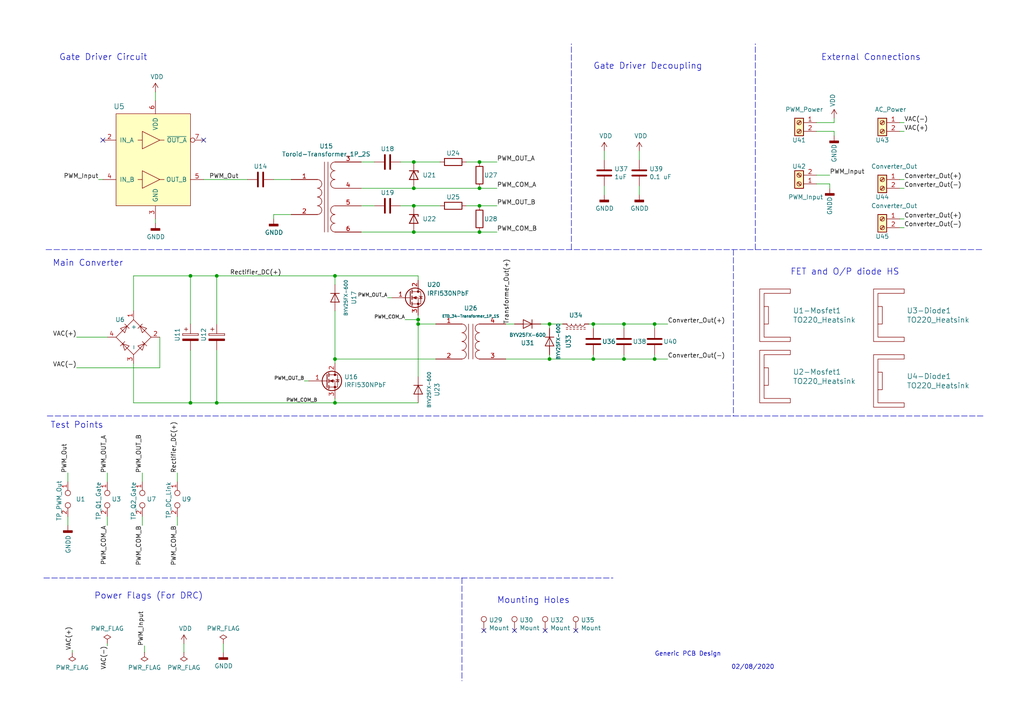
<source format=kicad_sch>
(kicad_sch (version 20211123) (generator eeschema)
  (paper "A4")
  (lib_symbols
    (symbol "Connector:Screw_Terminal_01x02" (pin_names (offset 1.016) hide)
      (property "Reference" "J" (at 0 2.54 0))
      (property "Value" "Screw_Terminal_01x02" (at 0 -5.08 0))
      (symbol "Screw_Terminal_01x02_1_1"
        (rectangle (start -1.27 1.27) (end 1.27 -3.81) (stroke (width 0.254)) (fill (type background)))
        (circle (center 0 -2.54) (radius 0.635) (stroke (width 0.1524)))
        (polyline (pts (xy -0.5334 -2.2098) (xy 0.3302 -3.048)) (stroke (width 0.1524)))
        (polyline (pts (xy -0.5334 0.3302) (xy 0.3302 -0.508)) (stroke (width 0.1524)))
        (polyline (pts (xy -0.3556 -2.032) (xy 0.508 -2.8702)) (stroke (width 0.1524)))
        (polyline (pts (xy -0.3556 0.508) (xy 0.508 -0.3302)) (stroke (width 0.1524)))
        (circle (center 0 0) (radius 0.635) (stroke (width 0.1524)))
        (pin passive line (at -5.08 0 0) (length 3.81) (name "Pin_1") (number "1"))
        (pin passive line (at -5.08 -2.54 0) (length 3.81) (name "Pin_2") (number "2"))
      )
    )
    (symbol "Connector:TestPoint" (pin_numbers hide) (pin_names (offset 0.762) hide)
      (property "Reference" "TP" (at 0 6.858 0))
      (property "Value" "TestPoint" (at 0 5.08 0))
      (symbol "TestPoint_0_1"
        (circle (center 0 3.302) (radius 0.762))
      )
      (symbol "TestPoint_1_1"
        (pin passive line (at 0 0 90) (length 2.54) (name "1") (number "1"))
      )
    )
    (symbol "Connector:TestPoint_2Pole" (pin_names (offset 0.762) hide)
      (property "Reference" "TP" (at 0 1.524 0))
      (property "Value" "TestPoint_2Pole" (at 0 -1.778 0))
      (symbol "TestPoint_2Pole_0_1"
        (circle (center -1.778 0) (radius 0.762))
        (circle (center 1.778 0) (radius 0.762))
        (pin passive line (at -5.08 0 0) (length 2.54) (name "1") (number "1"))
        (pin passive line (at 5.08 0 180) (length 2.54) (name "2") (number "2"))
      )
    )
    (symbol "Device:C" (pin_numbers hide) (pin_names (offset 0.254))
      (property "Reference" "C" (at 0.635 2.54 0))
      (property "Value" "C" (at 0.635 -2.54 0))
      (symbol "C_0_1"
        (polyline (pts (xy -2.032 -0.762) (xy 2.032 -0.762)) (stroke (width 0.508)))
        (polyline (pts (xy -2.032 0.762) (xy 2.032 0.762)) (stroke (width 0.508)))
      )
      (symbol "C_1_1"
        (pin passive line (at 0 3.81 270) (length 2.794) (name "~") (number "1"))
        (pin passive line (at 0 -3.81 90) (length 2.794) (name "~") (number "2"))
      )
    )
    (symbol "Device:D_Zener" (pin_numbers hide) (pin_names (offset 1.016) hide)
      (property "Reference" "D" (at 0 2.54 0))
      (property "Value" "D_Zener" (at 0 -2.54 0))
      (symbol "D_Zener_0_1"
        (polyline (pts (xy 1.27 0) (xy -1.27 0)))
        (polyline (pts (xy -1.27 -1.27) (xy -1.27 1.27) (xy -0.762 1.27)) (stroke (width 0.254)))
        (polyline (pts (xy 1.27 -1.27) (xy 1.27 1.27) (xy -1.27 0) (xy 1.27 -1.27)) (stroke (width 0.254)))
      )
      (symbol "D_Zener_1_1"
        (pin passive line (at -3.81 0 0) (length 2.54) (name "K") (number "1"))
        (pin passive line (at 3.81 0 180) (length 2.54) (name "A") (number "2"))
      )
    )
    (symbol "Device:R" (pin_numbers hide) (pin_names (offset 0))
      (property "Reference" "R" (at 2.032 0 90))
      (property "Value" "R" (at 0 0 90))
      (symbol "R_0_1"
        (rectangle (start -1.016 -2.54) (end 1.016 2.54) (stroke (width 0.254)))
      )
      (symbol "R_1_1"
        (pin passive line (at 0 3.81 270) (length 1.27) (name "~") (number "1"))
        (pin passive line (at 0 -3.81 90) (length 1.27) (name "~") (number "2"))
      )
    )
    (symbol "EEEE2046_electrical:BYV29FX-600" (pin_numbers hide) (pin_names (offset 1.016) hide)
      (property "Reference" "D" (at 0 2.54 0))
      (property "Value" "BYV29FX-600" (at 0 -2.54 0))
      (symbol "BYV29FX-600_0_1"
        (polyline (pts (xy -1.27 1.27) (xy -1.27 -1.27)) (stroke (width 0.2032)))
        (polyline (pts (xy 1.27 0) (xy -1.27 0)))
        (polyline (pts (xy 1.27 1.27) (xy 1.27 -1.27) (xy -1.27 0) (xy 1.27 1.27)) (stroke (width 0.2032)))
      )
      (symbol "BYV29FX-600_1_1"
        (pin passive line (at -3.81 0 0) (length 2.54) (name "K") (number "1"))
        (pin passive line (at 3.81 0 180) (length 2.54) (name "A") (number "2"))
      )
    )
    (symbol "EEEE2046_electrical:ECA2AM102" (pin_numbers hide) (pin_names (offset 0.254))
      (property "Reference" "C" (at 0.635 2.54 0))
      (property "Value" "ECA2AM102" (at 0.635 -2.54 0))
      (symbol "ECA2AM102_0_1"
        (rectangle (start -2.286 0.508) (end -2.286 1.016))
        (rectangle (start -2.286 0.508) (end 2.286 0.508))
        (polyline (pts (xy -1.778 2.286) (xy -0.762 2.286)))
        (polyline (pts (xy -1.27 2.794) (xy -1.27 1.778)))
        (rectangle (start 2.286 -0.508) (end -2.286 -1.016) (fill (type outline)))
        (rectangle (start 2.286 1.016) (end -2.286 1.016))
        (rectangle (start 2.286 1.016) (end 2.286 0.508))
      )
      (symbol "ECA2AM102_1_1"
        (pin passive line (at 0 3.81 270) (length 2.794) (name "~") (number "1"))
        (pin passive line (at 0 -3.81 90) (length 2.794) (name "~") (number "2"))
      )
    )
    (symbol "EEEE2046_electrical:ETD_L" (pin_numbers hide) (pin_names (offset 1.016) hide)
      (property "Reference" "L" (at -1.27 0 90))
      (property "Value" "ETD_L" (at 2.794 0 90))
      (symbol "ETD_L_0_1"
        (arc (start 0 -2.54) (mid 0.635 -1.905) (end 0 -1.27))
        (arc (start 0 -1.27) (mid 0.635 -0.635) (end 0 0))
        (polyline (pts (xy 1.016 -2.794) (xy 1.016 -2.286)))
        (polyline (pts (xy 1.016 -1.778) (xy 1.016 -1.27)))
        (polyline (pts (xy 1.016 -0.762) (xy 1.016 -0.254)))
        (polyline (pts (xy 1.016 0.254) (xy 1.016 0.762)))
        (polyline (pts (xy 1.016 1.27) (xy 1.016 1.778)))
        (polyline (pts (xy 1.016 2.286) (xy 1.016 2.794)))
        (polyline (pts (xy 1.524 -2.286) (xy 1.524 -2.794)))
        (polyline (pts (xy 1.524 -1.27) (xy 1.524 -1.778)))
        (polyline (pts (xy 1.524 -0.254) (xy 1.524 -0.762)))
        (polyline (pts (xy 1.524 0.762) (xy 1.524 0.254)))
        (polyline (pts (xy 1.524 1.778) (xy 1.524 1.27)))
        (polyline (pts (xy 1.524 2.794) (xy 1.524 2.286)))
        (arc (start 0 0) (mid 0.635 0.635) (end 0 1.27))
        (arc (start 0 1.27) (mid 0.635 1.905) (end 0 2.54))
      )
      (symbol "ETD_L_1_1"
        (pin passive line (at 0 3.81 270) (length 1.27) (name "1") (number "1"))
        (pin passive line (at 0 -3.81 90) (length 1.27) (name "2") (number "2"))
      )
    )
    (symbol "EEEE2046_electrical:ETD_Transformer_1P_1S" (pin_names (offset 1.016) hide)
      (property "Reference" "T" (at 0 6.35 0))
      (property "Value" "ETD_Transformer_1P_1S" (at 0 -7.62 0))
      (symbol "ETD_Transformer_1P_1S_0_1"
        (arc (start -2.54 -5.0546) (mid -1.6599 -4.6901) (end -1.27 -3.81))
        (arc (start -2.54 -2.5146) (mid -1.6599 -2.1501) (end -1.27 -1.27))
        (arc (start -2.54 0.0254) (mid -1.6599 0.3899) (end -1.27 1.27))
        (arc (start -2.54 2.5654) (mid -1.6599 2.9299) (end -1.27 3.81))
        (arc (start -1.27 -3.81) (mid -1.642 -2.912) (end -2.54 -2.54))
        (arc (start -1.27 -1.27) (mid -1.642 -0.372) (end -2.54 0))
        (arc (start -1.27 1.27) (mid -1.642 2.168) (end -2.54 2.54))
        (arc (start -1.27 3.81) (mid -1.642 4.708) (end -2.54 5.08))
        (polyline (pts (xy -0.635 5.08) (xy -0.635 -5.08)))
        (polyline (pts (xy 0.635 -5.08) (xy 0.635 5.08)))
        (arc (start 1.2954 -1.27) (mid 1.6599 -2.1501) (end 2.54 -2.5146))
        (arc (start 1.2954 1.27) (mid 1.6599 0.3899) (end 2.54 0.0254))
        (arc (start 1.2954 3.81) (mid 1.6599 2.9299) (end 2.54 2.5654))
        (arc (start 1.3208 -3.81) (mid 1.6853 -4.6901) (end 2.5654 -5.0546))
        (arc (start 2.54 0) (mid 1.642 -0.372) (end 1.2954 -1.27))
        (arc (start 2.54 2.54) (mid 1.642 2.168) (end 1.2954 1.27))
        (arc (start 2.54 5.08) (mid 1.642 4.708) (end 1.2954 3.81))
        (arc (start 2.5654 -2.54) (mid 1.6674 -2.912) (end 1.3208 -3.81))
      )
      (symbol "ETD_Transformer_1P_1S_1_1"
        (pin passive line (at -10.16 5.08 0) (length 7.62) (name "AA") (number "1"))
        (pin passive line (at -10.16 -5.08 0) (length 7.62) (name "AB") (number "2"))
        (pin passive line (at 10.16 -5.08 180) (length 7.62) (name "SA") (number "3"))
        (pin passive line (at 10.16 5.08 180) (length 7.62) (name "SB") (number "4"))
      )
    )
    (symbol "EEEE2046_electrical:IRFI530NPbF" (pin_names (offset 0) hide)
      (property "Reference" "Q" (at 5.08 1.27 0))
      (property "Value" "IRFI530NPbF" (at 5.08 -1.27 0))
      (symbol "IRFI530NPbF_0_1"
        (polyline (pts (xy 0.0508 0) (xy 0.254 0)))
        (polyline (pts (xy 0.762 -1.778) (xy 2.54 -1.778)))
        (polyline (pts (xy 0.762 -1.27) (xy 0.762 -2.286)) (stroke (width 0.254)))
        (polyline (pts (xy 0.762 0) (xy 2.54 0)))
        (polyline (pts (xy 0.762 0.508) (xy 0.762 -0.508)) (stroke (width 0.254)))
        (polyline (pts (xy 0.762 1.778) (xy 2.54 1.778)))
        (polyline (pts (xy 0.762 2.286) (xy 0.762 1.27)) (stroke (width 0.254)))
        (polyline (pts (xy 2.54 -1.778) (xy 2.54 -2.54)))
        (polyline (pts (xy 2.54 -1.778) (xy 2.54 0)))
        (polyline (pts (xy 2.54 2.54) (xy 2.54 1.778)))
        (polyline (pts (xy 0.254 1.905) (xy 0.254 -1.905) (xy 0.254 -1.905)) (stroke (width 0.254)))
        (polyline (pts (xy 1.016 0) (xy 2.032 0.381) (xy 2.032 -0.381) (xy 1.016 0)) (fill (type outline)))
        (polyline (pts (xy 2.54 -1.778) (xy 3.302 -1.778) (xy 3.302 1.778) (xy 2.54 1.778)))
        (polyline (pts (xy 2.794 0.508) (xy 2.921 0.381) (xy 3.683 0.381) (xy 3.81 0.254)))
        (polyline (pts (xy 3.302 0.381) (xy 2.921 -0.254) (xy 3.683 -0.254) (xy 3.302 0.381)))
        (circle (center 1.651 0) (radius 2.8194) (stroke (width 0.254)))
        (circle (center 2.54 -1.778) (radius 0.2794) (fill (type outline)))
        (circle (center 2.54 1.778) (radius 0.2794) (fill (type outline)))
      )
      (symbol "IRFI530NPbF_1_1"
        (pin input line (at -5.08 0 0) (length 5.08) (name "G") (number "1"))
        (pin passive line (at 2.54 5.08 270) (length 2.54) (name "D") (number "2"))
        (pin passive line (at 2.54 -5.08 90) (length 2.54) (name "S") (number "3"))
      )
    )
    (symbol "EEEE2046_electrical:TC4425AVPA" (pin_names (offset 1.016))
      (property "Reference" "U" (at 1.27 1.27 0))
      (property "Value" "TC4425AVPA" (at 10.16 -13.97 0))
      (symbol "TC4425AVPA_0_1"
        (polyline (pts (xy 7.62 -19.05) (xy 6.35 -19.05)))
        (polyline (pts (xy 7.62 -7.62) (xy 6.35 -7.62)))
        (polyline (pts (xy 12.7 -19.05) (xy 13.97 -19.05)))
        (polyline (pts (xy 12.7 -7.62) (xy 13.97 -7.62)))
        (polyline (pts (xy 7.62 -16.51) (xy 7.62 -21.59) (xy 12.7 -19.05) (xy 7.62 -16.51)))
        (polyline (pts (xy 7.62 -5.08) (xy 7.62 -10.16) (xy 12.7 -7.62) (xy 7.62 -5.08)))
        (rectangle (start 0 0) (end 21.59 -26.67) (fill (type background)))
        (pin no_connect line (at 1.27 -30.48 90) (length 3.81) hide (name "NC") (number "1"))
        (pin input line (at -3.81 -7.62 0) (length 3.81) (name "IN_A") (number "2"))
        (pin power_in line (at 11.43 -30.48 90) (length 3.81) (name "GND") (number "3"))
        (pin input line (at -3.81 -19.05 0) (length 3.81) (name "IN_B") (number "4"))
        (pin output line (at 25.4 -19.05 180) (length 3.81) (name "OUT_B") (number "5"))
        (pin power_in line (at 11.43 3.81 270) (length 3.81) (name "VDD") (number "6"))
        (pin output inverted (at 25.4 -7.62 180) (length 3.81) (name "~{OUT_A}") (number "7"))
        (pin no_connect line (at 3.81 -30.48 90) (length 3.81) hide (name "NC") (number "8"))
      )
    )
    (symbol "EEEE2046_electrical:TO220_Heatsink" (pin_names (offset 1.016))
      (property "Reference" "U" (at 0 0 0))
      (property "Value" "TO220_Heatsink" (at 0 2.54 0))
      (symbol "TO220_Heatsink_0_1"
        (polyline (pts (xy -2.54 -2.54) (xy -2.54 -3.81) (xy 2.54 -3.81) (xy 2.54 -2.54)))
        (polyline (pts (xy -7.62 -1.27) (xy 7.62 -1.27) (xy 7.62 -10.16) (xy 6.35 -10.16) (xy 6.35 -2.54) (xy -6.35 -2.54) (xy -6.35 -10.16) (xy -7.62 -10.16) (xy -7.62 -1.27)))
      )
    )
    (symbol "EEEE2046_electrical:Toroid-Transformer_1P_2S" (pin_names (offset 1.016) hide)
      (property "Reference" "T" (at 0 12.7 0))
      (property "Value" "Toroid-Transformer_1P_2S" (at 0 -12.7 0))
      (symbol "Toroid-Transformer_1P_2S_0_1"
        (arc (start -2.54 -5.0546) (mid -1.6599 -4.6901) (end -1.27 -3.81))
        (arc (start -2.54 -2.5146) (mid -1.6599 -2.1501) (end -1.27 -1.27))
        (arc (start -2.54 0.0254) (mid -1.6599 0.3899) (end -1.27 1.27))
        (arc (start -2.54 2.5654) (mid -1.6599 2.9299) (end -1.27 3.81))
        (arc (start -1.27 -3.81) (mid -1.642 -2.912) (end -2.54 -2.54))
        (arc (start -1.27 -1.27) (mid -1.642 -0.372) (end -2.54 0))
        (arc (start -1.27 1.27) (mid -1.642 2.168) (end -2.54 2.54))
        (arc (start -1.27 3.81) (mid -1.642 4.708) (end -2.54 5.08))
        (polyline (pts (xy -0.508 -10.16) (xy -0.508 10.16)))
        (polyline (pts (xy 0.508 10.16) (xy 0.508 -10.16)))
        (arc (start 1.2954 -8.89) (mid 1.6599 -9.7701) (end 2.54 -10.1346))
        (arc (start 1.2954 -6.35) (mid 1.6599 -7.2301) (end 2.54 -7.5946))
        (arc (start 1.2954 -3.81) (mid 1.6599 -4.6901) (end 2.54 -5.0546))
        (arc (start 1.2954 3.81) (mid 1.6599 2.9299) (end 2.54 2.5654))
        (arc (start 1.2954 6.35) (mid 1.6599 5.4699) (end 2.54 5.1054))
        (arc (start 1.2954 8.89) (mid 1.6599 8.0099) (end 2.54 7.6454))
        (arc (start 2.54 -7.62) (mid 1.642 -7.992) (end 1.2954 -8.89))
        (arc (start 2.54 -5.08) (mid 1.642 -5.452) (end 1.2954 -6.35))
        (arc (start 2.54 -2.54) (mid 1.642 -2.912) (end 1.2954 -3.81))
        (arc (start 2.54 5.08) (mid 1.642 4.708) (end 1.2954 3.81))
        (arc (start 2.54 7.62) (mid 1.642 7.248) (end 1.2954 6.35))
        (arc (start 2.54 10.16) (mid 1.642 9.788) (end 1.2954 8.89))
      )
      (symbol "Toroid-Transformer_1P_2S_1_1"
        (pin passive line (at -10.16 5.08 0) (length 7.62) (name "AA") (number "1"))
        (pin passive line (at -10.16 -5.08 0) (length 7.62) (name "AB") (number "2"))
        (pin passive line (at 10.16 10.16 180) (length 7.62) (name "SA") (number "3"))
        (pin passive line (at 10.16 2.54 180) (length 7.62) (name "SB") (number "4"))
        (pin passive line (at 10.16 -2.54 180) (length 7.62) (name "SC") (number "5"))
        (pin passive line (at 10.16 -10.16 180) (length 7.62) (name "SD") (number "6"))
      )
    )
    (symbol "EEEE2046_electrical:VS-KBPC606PBF" (pin_names (offset 1.27))
      (property "Reference" "D" (at 1.27 6.985 0))
      (property "Value" "VS-KBPC606PBF" (at 1.27 5.08 0))
      (symbol "VS-KBPC606PBF_0_1"
        (polyline (pts (xy -2.54 3.81) (xy -1.27 2.54)))
        (polyline (pts (xy -1.27 -2.54) (xy -2.54 -3.81)))
        (polyline (pts (xy 2.54 -1.27) (xy 3.81 -2.54)))
        (polyline (pts (xy 2.54 1.27) (xy 3.81 2.54)))
        (polyline (pts (xy -3.81 2.54) (xy -2.54 1.27) (xy -1.905 3.175) (xy -3.81 2.54)))
        (polyline (pts (xy -2.54 -1.27) (xy -3.81 -2.54) (xy -1.905 -3.175) (xy -2.54 -1.27)))
        (polyline (pts (xy 1.27 2.54) (xy 2.54 3.81) (xy 3.175 1.905) (xy 1.27 2.54)))
        (polyline (pts (xy 3.175 -1.905) (xy 1.27 -2.54) (xy 2.54 -3.81) (xy 3.175 -1.905)))
        (polyline (pts (xy -5.08 0) (xy 0 -5.08) (xy 5.08 0) (xy 0 5.08) (xy -5.08 0)))
      )
      (symbol "VS-KBPC606PBF_1_1"
        (pin input line (at 7.62 0 180) (length 2.54) (name "+") (number "1"))
        (pin input line (at 0 -7.62 90) (length 2.54) (name "~") (number "2"))
        (pin input line (at -7.62 0 0) (length 2.54) (name "-") (number "3"))
        (pin input line (at 0 7.62 270) (length 2.54) (name "~") (number "4"))
      )
    )
    (symbol "power:GNDD" (power) (pin_names (offset 0))
      (property "Value" "GNDD" (at 0 -3.175 0))
      (symbol "GNDD_0_1"
        (rectangle (start -1.27 -1.524) (end 1.27 -2.032) (stroke (width 0.254)) (fill (type outline)))
        (polyline (pts (xy 0 0) (xy 0 -1.524)))
      )
      (symbol "GNDD_1_1"
        (pin power_in line (at 0 0 270) (length 0) hide (name "GNDD") (number "1"))
      )
    )
    (symbol "power:PWR_FLAG" (power) (pin_numbers hide) (pin_names (offset 0) hide)
      (property "Value" "PWR_FLAG" (at 0 3.81 0))
      (symbol "PWR_FLAG_0_0"
        (pin power_out line (at 0 0 90) (length 0) (name "pwr") (number "1"))
      )
      (symbol "PWR_FLAG_0_1"
        (polyline (pts (xy 0 0) (xy 0 1.27) (xy -1.016 1.905) (xy 0 2.54) (xy 1.016 1.905) (xy 0 1.27)))
      )
    )
    (symbol "power:VDD" (power) (pin_names (offset 0))
      (property "Value" "VDD" (at 0 3.81 0))
      (symbol "VDD_0_1"
        (polyline (pts (xy -0.762 1.27) (xy 0 2.54)))
        (polyline (pts (xy 0 0) (xy 0 2.54)))
        (polyline (pts (xy 0 2.54) (xy 0.762 1.27)))
      )
      (symbol "VDD_1_1"
        (pin power_in line (at 0 0 90) (length 0) hide (name "VDD") (number "1"))
      )
    )
  )
  (junction (at 62.865 116.84))
  (junction (at 62.865 80.01))
  (junction (at 121.285 92.71))
  (junction (at 120.015 59.69))
  (junction (at 159.385 104.14))
  (junction (at 139.065 46.99))
  (junction (at 172.085 93.98))
  (junction (at 55.245 80.01))
  (junction (at 189.865 93.98))
  (junction (at 55.245 116.84))
  (junction (at 120.015 54.61))
  (junction (at 189.865 104.14))
  (junction (at 139.065 54.61))
  (junction (at 97.155 80.01))
  (junction (at 139.065 67.31))
  (junction (at 180.975 93.98))
  (junction (at 121.285 93.98))
  (junction (at 139.065 59.69))
  (junction (at 172.085 104.14))
  (junction (at 180.975 104.14))
  (junction (at 120.015 67.31))
  (junction (at 159.385 93.98))
  (junction (at 120.015 46.99))
  (junction (at 97.155 104.14))
  (junction (at 97.155 116.84))
  (no_connect (at 167.005 182.88))
  (no_connect (at 149.225 182.88))
  (no_connect (at 29.845 40.64))
  (no_connect (at 140.335 182.88))
  (no_connect (at 59.055 40.64))
  (no_connect (at 158.115 182.88))
  (wire (pts (xy 29.845 52.07) (xy 28.575 52.07)))
  (wire (pts (xy 159.385 104.14) (xy 172.085 104.14)))
  (wire (pts (xy 139.065 59.69) (xy 144.145 59.69)))
  (wire (pts (xy 262.255 38.1) (xy 260.985 38.1)))
  (wire (pts (xy 84.455 62.23) (xy 79.375 62.23)))
  (wire (pts (xy 172.085 93.98) (xy 172.085 95.25)))
  (wire (pts (xy 262.255 52.07) (xy 260.985 52.07)))
  (wire (pts (xy 41.275 152.4) (xy 41.275 149.86)))
  (wire (pts (xy 20.955 188.595) (xy 20.955 189.23)))
  (polyline (pts (xy 12.7 167.64) (xy 177.8 167.64)))
  (wire (pts (xy 236.855 53.34) (xy 240.665 53.34)))
  (wire (pts (xy 172.085 104.14) (xy 172.085 102.87)))
  (wire (pts (xy 127.635 59.69) (xy 120.015 59.69)))
  (wire (pts (xy 51.435 149.86) (xy 51.435 152.4)))
  (wire (pts (xy 31.115 139.7) (xy 31.115 137.16)))
  (polyline (pts (xy 212.725 72.39) (xy 212.725 120.65)))
  (wire (pts (xy 22.225 106.68) (xy 46.355 106.68)))
  (wire (pts (xy 260.985 35.56) (xy 262.255 35.56)))
  (wire (pts (xy 139.065 59.69) (xy 135.255 59.69)))
  (wire (pts (xy 120.015 46.99) (xy 127.635 46.99)))
  (wire (pts (xy 135.255 46.99) (xy 139.065 46.99)))
  (wire (pts (xy 41.275 139.7) (xy 41.275 137.16)))
  (wire (pts (xy 240.665 50.8) (xy 236.855 50.8)))
  (wire (pts (xy 31.115 152.4) (xy 31.115 149.86)))
  (wire (pts (xy 120.015 59.69) (xy 116.205 59.69)))
  (wire (pts (xy 189.865 95.25) (xy 189.865 93.98)))
  (wire (pts (xy 53.34 186.69) (xy 53.34 189.23)))
  (wire (pts (xy 175.26 53.975) (xy 175.26 56.515)))
  (wire (pts (xy 88.265 110.49) (xy 89.535 110.49)))
  (polyline (pts (xy 165.735 72.39) (xy 165.735 12.7)))
  (polyline (pts (xy 133.985 167.64) (xy 133.985 197.485)))
  (wire (pts (xy 104.775 59.69) (xy 108.585 59.69)))
  (wire (pts (xy 97.155 80.01) (xy 121.285 80.01)))
  (wire (pts (xy 156.845 93.98) (xy 159.385 93.98)))
  (wire (pts (xy 38.735 116.84) (xy 55.245 116.84)))
  (wire (pts (xy 260.985 54.61) (xy 262.255 54.61)))
  (wire (pts (xy 159.385 95.25) (xy 159.385 93.98)))
  (wire (pts (xy 62.865 116.84) (xy 97.155 116.84)))
  (wire (pts (xy 189.865 102.87) (xy 189.865 104.14)))
  (wire (pts (xy 172.085 104.14) (xy 180.975 104.14)))
  (wire (pts (xy 46.355 106.68) (xy 46.355 97.79)))
  (wire (pts (xy 146.685 104.14) (xy 159.385 104.14)))
  (wire (pts (xy 185.42 46.355) (xy 185.42 43.815)))
  (wire (pts (xy 97.155 116.84) (xy 121.285 116.84)))
  (wire (pts (xy 144.145 67.31) (xy 139.065 67.31)))
  (wire (pts (xy 189.865 104.14) (xy 193.675 104.14)))
  (wire (pts (xy 104.775 67.31) (xy 120.015 67.31)))
  (wire (pts (xy 45.085 29.21) (xy 45.085 26.67)))
  (wire (pts (xy 62.865 93.98) (xy 62.865 80.01)))
  (wire (pts (xy 38.735 80.01) (xy 55.245 80.01)))
  (wire (pts (xy 241.935 35.56) (xy 241.935 34.29)))
  (wire (pts (xy 97.155 115.57) (xy 97.155 116.84)))
  (wire (pts (xy 59.055 52.07) (xy 71.755 52.07)))
  (wire (pts (xy 159.385 93.98) (xy 163.195 93.98)))
  (wire (pts (xy 121.285 92.71) (xy 121.285 93.98)))
  (wire (pts (xy 62.865 80.01) (xy 97.155 80.01)))
  (wire (pts (xy 193.675 93.98) (xy 189.865 93.98)))
  (wire (pts (xy 97.155 90.17) (xy 97.155 104.14)))
  (wire (pts (xy 120.015 67.31) (xy 139.065 67.31)))
  (wire (pts (xy 240.665 53.34) (xy 240.665 54.61)))
  (wire (pts (xy 139.065 46.99) (xy 144.145 46.99)))
  (wire (pts (xy 116.205 46.99) (xy 120.015 46.99)))
  (wire (pts (xy 55.245 116.84) (xy 62.865 116.84)))
  (wire (pts (xy 262.255 63.5) (xy 260.985 63.5)))
  (wire (pts (xy 31.115 187.325) (xy 31.115 186.69)))
  (wire (pts (xy 126.365 93.98) (xy 121.285 93.98)))
  (wire (pts (xy 180.975 104.14) (xy 189.865 104.14)))
  (wire (pts (xy 38.735 90.17) (xy 38.735 80.01)))
  (wire (pts (xy 22.225 97.79) (xy 31.115 97.79)))
  (wire (pts (xy 79.375 52.07) (xy 84.455 52.07)))
  (wire (pts (xy 19.685 139.7) (xy 19.685 137.16)))
  (wire (pts (xy 159.385 102.87) (xy 159.385 104.14)))
  (wire (pts (xy 55.245 80.01) (xy 62.865 80.01)))
  (polyline (pts (xy 219.075 72.39) (xy 219.075 12.7)))
  (wire (pts (xy 236.855 35.56) (xy 241.935 35.56)))
  (wire (pts (xy 180.975 102.87) (xy 180.975 104.14)))
  (wire (pts (xy 126.365 104.14) (xy 97.155 104.14)))
  (wire (pts (xy 41.91 189.23) (xy 41.91 187.325)))
  (wire (pts (xy 117.475 92.71) (xy 121.285 92.71)))
  (polyline (pts (xy 285.115 120.65) (xy 13.335 120.65)))
  (wire (pts (xy 112.395 86.36) (xy 113.665 86.36)))
  (wire (pts (xy 45.085 63.5) (xy 45.085 64.77)))
  (polyline (pts (xy 13.335 72.39) (xy 285.115 72.39)))
  (wire (pts (xy 64.77 186.69) (xy 64.77 189.23)))
  (wire (pts (xy 189.865 93.98) (xy 180.975 93.98)))
  (wire (pts (xy 55.245 101.6) (xy 55.245 116.84)))
  (wire (pts (xy 51.435 139.7) (xy 51.435 137.16)))
  (wire (pts (xy 241.935 38.1) (xy 241.935 39.37)))
  (wire (pts (xy 180.975 95.25) (xy 180.975 93.98)))
  (wire (pts (xy 121.285 80.01) (xy 121.285 81.28)))
  (wire (pts (xy 38.735 105.41) (xy 38.735 116.84)))
  (wire (pts (xy 146.685 93.98) (xy 149.225 93.98)))
  (wire (pts (xy 79.375 62.23) (xy 79.375 63.5)))
  (wire (pts (xy 120.015 54.61) (xy 139.065 54.61)))
  (wire (pts (xy 260.985 66.04) (xy 262.255 66.04)))
  (wire (pts (xy 121.285 91.44) (xy 121.285 92.71)))
  (wire (pts (xy 19.685 149.86) (xy 19.685 152.4)))
  (wire (pts (xy 97.155 80.01) (xy 97.155 82.55)))
  (wire (pts (xy 55.245 93.98) (xy 55.245 80.01)))
  (wire (pts (xy 185.42 53.975) (xy 185.42 56.515)))
  (wire (pts (xy 104.775 54.61) (xy 120.015 54.61)))
  (wire (pts (xy 236.855 38.1) (xy 241.935 38.1)))
  (wire (pts (xy 180.975 93.98) (xy 172.085 93.98)))
  (wire (pts (xy 104.775 46.99) (xy 108.585 46.99)))
  (wire (pts (xy 175.26 46.355) (xy 175.26 43.815)))
  (wire (pts (xy 62.865 101.6) (xy 62.865 116.84)))
  (wire (pts (xy 144.145 54.61) (xy 139.065 54.61)))
  (wire (pts (xy 170.815 93.98) (xy 172.085 93.98)))
  (wire (pts (xy 121.285 93.98) (xy 121.285 109.22)))
  (wire (pts (xy 97.155 104.14) (xy 97.155 105.41)))
  (text "Generic PCB Design" (at 189.865 190.5 0) (effects (font (size 1.27 1.27)) (justify left bottom)))
  (text "Gate Driver Circuit" (at 17.145 17.78 0) (effects (font (size 1.8034 1.8034)) (justify left bottom)))
  (text "External Connections" (at 238.125 17.78 0) (effects (font (size 1.8034 1.8034)) (justify left bottom)))
  (text "Mounting Holes" (at 144.145 175.26 0) (effects (font (size 1.8034 1.8034)) (justify left bottom)))
  (text "Power Flags (For DRC)" (at 27.305 173.99 0) (effects (font (size 1.8034 1.8034)) (justify left bottom)))
  (text "Gate Driver Decoupling" (at 172.085 20.32 0) (effects (font (size 1.8034 1.8034)) (justify left bottom)))
  (text "02/08/2020\n" (at 212.09 194.31 0) (effects (font (size 1.27 1.27)) (justify left bottom)))
  (text "Main Converter" (at 15.24 77.47 0) (effects (font (size 1.8034 1.8034)) (justify left bottom)))
  (text "FET and O/P diode HS" (at 229.235 80.01 0) (effects (font (size 1.8034 1.8034)) (justify left bottom)))
  (text "Test Points\n" (at 14.605 124.46 0) (effects (font (size 1.8034 1.8034)) (justify left bottom)))
  (label "PWM_COM_B" (at 41.275 152.4 270))
  (label "VAC(+)" (at 262.255 38.1 0))
  (label "Transformer_Out(+)" (at 147.955 93.98 90))
  (label "PWM_Input" (at 28.575 52.07 180))
  (label "PWM_COM_B" (at 92.075 116.84 180) (effects (font (size 0.9906 0.9906))))
  (label "PWM_COM_A" (at 31.115 152.4 270))
  (label "Converter_Out(+)" (at 193.675 93.98 0))
  (label "Rectifier_DC(+)" (at 51.435 137.16 90))
  (label "PWM_OUT_B" (at 88.265 110.49 180) (effects (font (size 0.9906 0.9906))))
  (label "PWM_COM_A" (at 117.475 92.71 180) (effects (font (size 0.9906 0.9906))))
  (label "PWM_OUT_A" (at 112.395 86.36 180) (effects (font (size 0.9906 0.9906))))
  (label "Converter_Out(-)" (at 262.255 66.04 0))
  (label "PWM_COM_A" (at 144.145 54.61 0))
  (label "Converter_Out(-)" (at 193.675 104.14 0))
  (label "Converter_Out(-)" (at 262.255 54.61 0))
  (label "VAC(+)" (at 20.955 188.595 90))
  (label "VAC(-)" (at 22.225 106.68 180))
  (label "VAC(+)" (at 22.225 97.79 180))
  (label "Converter_Out(+)" (at 262.255 63.5 0))
  (label "PWM_Input" (at 240.665 50.8 0))
  (label "Converter_Out(+)" (at 262.255 52.07 0))
  (label "VAC(-)" (at 262.255 35.56 0))
  (label "PWM_COM_B" (at 51.435 152.4 270))
  (label "PWM_Out" (at 69.215 52.07 180))
  (label "PWM_COM_B" (at 144.145 67.31 0))
  (label "PWM_Out" (at 19.685 137.16 90))
  (label "PWM_OUT_B" (at 41.275 137.16 90))
  (label "PWM_OUT_A" (at 144.145 46.99 0))
  (label "PWM_Input" (at 41.91 187.325 90))
  (label "PWM_OUT_B" (at 144.145 59.69 0))
  (label "VAC(-)" (at 31.115 187.325 270))
  (label "Rectifier_DC(+)" (at 66.675 80.01 0))
  (label "PWM_OUT_A" (at 31.115 137.16 90))
  (symbol (lib_id "power:GNDD") (at 64.77 189.23 0) (unit 1)
    (property "Reference" "#PWR05" (effects hide))
    (property "Value" "GNDD" (at 64.8716 193.167 0))
  )
  (symbol (lib_id "power:GNDD") (at 241.935 39.37 0) (unit 1)
    (property "Reference" "#PWR013" (effects hide))
    (property "Value" "GNDD" (at 241.935 44.45 90))
  )
  (symbol (lib_id "EEEE2046_electrical:IRFI530NPbF") (at 94.615 110.49 0) (unit 1)
    (property "Reference" "U16" (at 99.8474 109.3216 0) (effects (justify left)))
    (property "Value" "IRFI530NPbF" (at 99.8474 111.633 0) (effects (justify left)))
    (property "Footprint" "EEEE2046_Electrical:TO-220FPAB" (effects hide))
  )
  (symbol (lib_id "power:PWR_FLAG") (at 41.91 189.23 180) (unit 1)
    (property "Reference" "#U08" (effects hide))
    (property "Value" "PWR_FLAG" (at 41.91 193.6242 0))
  )
  (symbol (lib_id "Connector:Screw_Terminal_01x02") (at 255.905 63.5 0) (mirror y) (unit 1)
    (property "Reference" "U45" (at 255.905 68.58 0))
    (property "Value" "Converter_Out" (at 266.065 59.69 0) (effects (justify left)))
    (property "Footprint" "EEEE2046_Electrical:2wayTerminalBlock" (effects hide))
  )
  (symbol (lib_id "power:GNDD") (at 185.42 56.515 0) (unit 1)
    (property "Reference" "#PWR010" (effects hide))
    (property "Value" "GNDD" (at 185.5216 60.452 0))
  )
  (symbol (lib_id "Device:C") (at 172.085 99.06 0) (unit 1)
    (property "Reference" "U36" (at 174.625 99.06 0) (effects (justify left)))
    (property "Value" "F" (effects hide))
    (property "Footprint" "Capacitor_THT:CP_Radial_D10.0mm_P2.50mm_P5.00mm" (effects hide))
  )
  (symbol (lib_id "power:GNDD") (at 45.085 64.77 0) (unit 1)
    (property "Reference" "#PWR03" (effects hide))
    (property "Value" "GNDD" (at 45.1866 68.707 0))
  )
  (symbol (lib_id "power:GNDD") (at 175.26 56.515 0) (unit 1)
    (property "Reference" "#PWR08" (effects hide))
    (property "Value" "GNDD" (at 175.3616 60.452 0))
  )
  (symbol (lib_id "EEEE2046_electrical:BYV29FX-600") (at 159.385 99.06 270) (unit 1)
    (property "Reference" "U33" (at 164.8714 99.06 0))
    (property "Value" "BYV25FX-600" (at 161.925 99.06 0) (effects (font (size 0.9906 0.9906))))
    (property "Footprint" "EEEE2046_Electrical:SOD113" (effects hide))
  )
  (symbol (lib_id "Device:C") (at 185.42 50.165 0) (unit 1)
    (property "Reference" "U39" (at 188.341 48.9966 0) (effects (justify left)))
    (property "Value" "0.1 uF" (at 188.341 51.308 0) (effects (justify left)))
    (property "Footprint" "Capacitor_THT:C_Rect_L7.0mm_W3.5mm_P2.50mm_P5.00mm" (effects hide))
  )
  (symbol (lib_id "Connector:TestPoint") (at 149.225 182.88 0) (unit 1)
    (property "Reference" "U30" (at 150.6982 179.832 0) (effects (justify left)))
    (property "Value" "Mount" (at 150.6982 182.1434 0) (effects (justify left)))
    (property "Footprint" "MountingHole:MountingHole_3.2mm_M3_Pad_Via" (effects hide))
  )
  (symbol (lib_id "EEEE2046_electrical:VS-KBPC606PBF") (at 38.735 97.79 90) (unit 1)
    (property "Reference" "U6" (at 36.195 92.71 90) (effects (justify left)))
    (property "Value" "VS-KBPC606PBF" (effects hide))
    (property "Footprint" "EEEE2046_Electrical:Diode_Bridge_Vishay_KBPC6" (effects hide))
  )
  (symbol (lib_id "Device:R") (at 139.065 63.5 180) (unit 1)
    (property "Reference" "U28" (at 140.335 63.5 0) (effects (justify right)))
    (property "Value" "R" (effects hide))
    (property "Footprint" "Resistor_THT:R_Axial_DIN0207_L6.3mm_D2.5mm_P10.16mm_Horizontal" (effects hide))
  )
  (symbol (lib_id "power:PWR_FLAG") (at 64.77 186.69 0) (unit 1)
    (property "Reference" "#U013" (effects hide))
    (property "Value" "PWR_FLAG" (at 64.77 182.2704 0))
  )
  (symbol (lib_id "Device:R") (at 139.065 50.8 180) (unit 1)
    (property "Reference" "U27" (at 140.335 50.8 0) (effects (justify right)))
    (property "Value" "R" (effects hide))
    (property "Footprint" "Resistor_THT:R_Axial_DIN0207_L6.3mm_D2.5mm_P10.16mm_Horizontal" (effects hide))
  )
  (symbol (lib_id "power:PWR_FLAG") (at 20.955 189.23 180) (unit 1)
    (property "Reference" "#U02" (effects hide))
    (property "Value" "PWR_FLAG" (at 20.955 193.6242 0))
  )
  (symbol (lib_id "EEEE2046_electrical:IRFI530NPbF") (at 118.745 86.36 0) (unit 1)
    (property "Reference" "U20" (at 123.825 82.55 0) (effects (justify left)))
    (property "Value" "IRFI530NPbF" (at 123.825 85.09 0) (effects (justify left)))
    (property "Footprint" "EEEE2046_Electrical:TO-220FPAB" (effects hide))
  )
  (symbol (lib_id "Device:C") (at 112.395 59.69 270) (unit 1)
    (property "Reference" "U19" (at 112.395 55.88 90))
    (property "Value" "F" (effects hide))
    (property "Footprint" "Capacitor_THT:C_Rect_L7.0mm_W3.5mm_P2.50mm_P5.00mm" (effects hide))
  )
  (symbol (lib_id "EEEE2046_electrical:ETD_L") (at 167.005 93.98 270) (unit 1)
    (property "Reference" "U34" (at 167.005 91.44 90))
    (property "Value" "H" (effects hide))
    (property "Footprint" "EEEE2046_Electrical:ETD_34-L" (effects hide))
  )
  (symbol (lib_id "power:PWR_FLAG") (at 31.115 186.69 0) (unit 1)
    (property "Reference" "#U04" (effects hide))
    (property "Value" "PWR_FLAG" (at 31.115 182.2958 0))
  )
  (symbol (lib_id "EEEE2046_electrical:TO220_Heatsink") (at 252.095 110.49 90) (unit 1)
    (property "Reference" "U4-Diode1" (at 262.9662 109.1438 90) (effects (font (size 1.524 1.524)) (justify right)))
    (property "Value" "TO220_Heatsink" (at 262.9662 111.8362 90) (effects (font (size 1.524 1.524)) (justify right)))
    (property "Footprint" "EEEE2046_Electrical:TO220_Heatsink" (effects hide))
  )
  (symbol (lib_id "Device:C") (at 75.565 52.07 270) (unit 1)
    (property "Reference" "U14" (at 75.565 48.26 90))
    (property "Value" "F" (effects hide))
    (property "Footprint" "Capacitor_THT:C_Rect_L7.0mm_W3.5mm_P2.50mm_P5.00mm" (effects hide))
  )
  (symbol (lib_id "Connector:TestPoint") (at 140.335 182.88 0) (unit 1)
    (property "Reference" "U29" (at 141.8082 179.832 0) (effects (justify left)))
    (property "Value" "Mount" (at 141.8082 182.1434 0) (effects (justify left)))
    (property "Footprint" "MountingHole:MountingHole_3.2mm_M3_Pad_Via" (effects hide))
  )
  (symbol (lib_id "EEEE2046_electrical:TO220_Heatsink") (at 219.075 109.22 90) (unit 1)
    (property "Reference" "U2-Mosfet1" (at 229.9462 107.8738 90) (effects (font (size 1.524 1.524)) (justify right)))
    (property "Value" "TO220_Heatsink" (at 229.9462 110.5662 90) (effects (font (size 1.524 1.524)) (justify right)))
    (property "Footprint" "EEEE2046_Electrical:TO220_Heatsink" (effects hide))
  )
  (symbol (lib_id "EEEE2046_electrical:ECA2AM102") (at 55.245 97.79 0) (unit 1)
    (property "Reference" "U11" (at 51.435 99.06 90) (effects (justify left)))
    (property "Value" "ECA2AM102" (effects hide))
    (property "Footprint" "Capacitor_THT:CP_Radial_D18.0mm_P7.50mm" (effects hide))
  )
  (symbol (lib_id "EEEE2046_electrical:ETD_Transformer_1P_1S") (at 136.525 99.06 0) (unit 1)
    (property "Reference" "U26" (at 136.525 89.3826 0))
    (property "Value" "ETD_34-Transformer_1P_1S" (at 136.525 91.694 0) (effects (font (size 0.7874 0.7874))))
    (property "Footprint" "EEEE2046_Electrical:ETD_34-XMR" (effects hide))
  )
  (symbol (lib_id "Connector:TestPoint") (at 158.115 182.88 0) (unit 1)
    (property "Reference" "U32" (at 159.5882 179.832 0) (effects (justify left)))
    (property "Value" "Mount" (at 159.5882 182.1434 0) (effects (justify left)))
    (property "Footprint" "MountingHole:MountingHole_3.2mm_M3_Pad_Via" (effects hide))
  )
  (symbol (lib_id "EEEE2046_electrical:TO220_Heatsink") (at 219.075 91.44 90) (unit 1)
    (property "Reference" "U1-Mosfet1" (at 229.9462 90.0938 90) (effects (font (size 1.524 1.524)) (justify right)))
    (property "Value" "TO220_Heatsink" (at 229.9462 92.7862 90) (effects (font (size 1.524 1.524)) (justify right)))
    (property "Footprint" "EEEE2046_Electrical:TO220_Heatsink" (effects hide))
  )
  (symbol (lib_id "Connector:Screw_Terminal_01x02") (at 255.905 52.07 0) (mirror y) (unit 1)
    (property "Reference" "U44" (at 255.905 57.15 0))
    (property "Value" "Converter_Out" (at 266.065 48.26 0) (effects (justify left)))
    (property "Footprint" "EEEE2046_Electrical:2wayTerminalBlock" (effects hide))
  )
  (symbol (lib_id "power:VDD") (at 175.26 43.815 0) (unit 1)
    (property "Reference" "#PWR07" (effects hide))
    (property "Value" "VDD" (at 175.6918 39.4208 0))
  )
  (symbol (lib_id "Connector:TestPoint") (at 167.005 182.88 0) (unit 1)
    (property "Reference" "U35" (at 168.4782 179.832 0) (effects (justify left)))
    (property "Value" "Mount" (at 168.4782 182.1434 0) (effects (justify left)))
    (property "Footprint" "MountingHole:MountingHole_3.2mm_M3_Pad_Via" (effects hide))
  )
  (symbol (lib_id "power:GNDD") (at 240.665 54.61 0) (unit 1)
    (property "Reference" "#PWR011" (effects hide))
    (property "Value" "GNDD" (at 240.665 59.69 90))
  )
  (symbol (lib_id "EEEE2046_electrical:ECA2AM102") (at 62.865 97.79 0) (unit 1)
    (property "Reference" "U12" (at 59.055 99.06 90) (effects (justify left)))
    (property "Value" "ECA2AM102" (effects hide))
    (property "Footprint" "Capacitor_THT:CP_Radial_D18.0mm_P7.50mm" (effects hide))
  )
  (symbol (lib_id "EEEE2046_electrical:TO220_Heatsink") (at 252.095 91.44 90) (unit 1)
    (property "Reference" "U3-Diode1" (at 262.9662 90.0938 90) (effects (font (size 1.524 1.524)) (justify right)))
    (property "Value" "TO220_Heatsink" (at 262.9662 92.7862 90) (effects (font (size 1.524 1.524)) (justify right)))
    (property "Footprint" "EEEE2046_Electrical:TO220_Heatsink" (effects hide))
  )
  (symbol (lib_id "EEEE2046_electrical:TC4425AVPA") (at 33.655 33.02 0) (unit 1)
    (property "Reference" "U5" (at 36.195 31.75 0) (effects (font (size 1.524 1.524)) (justify right bottom)))
    (property "Value" "TC4425AVPA" (effects hide))
    (property "Footprint" "Package_DIP:DIP-8_W7.62mm_Socket_LongPads" (effects hide))
  )
  (symbol (lib_id "Connector:TestPoint_2Pole") (at 51.435 144.78 270) (unit 1)
    (property "Reference" "U9" (at 52.705 144.78 90) (effects (justify left)))
    (property "Value" "TP_DC_Link" (at 48.895 139.7 0) (effects (justify left)))
    (property "Footprint" "TestPoint:TestPoint_2Pads_Pitch2.54mm_Drill0.8mm" (effects hide))
  )
  (symbol (lib_id "power:VDD") (at 53.34 186.69 0) (unit 1)
    (property "Reference" "#PWR04" (effects hide))
    (property "Value" "VDD" (at 53.7718 182.2958 0))
  )
  (symbol (lib_id "Device:C") (at 180.975 99.06 0) (unit 1)
    (property "Reference" "U38" (at 183.515 99.06 0) (effects (justify left)))
    (property "Value" "F" (effects hide))
    (property "Footprint" "Capacitor_THT:CP_Radial_D10.0mm_P2.50mm_P5.00mm" (effects hide))
  )
  (symbol (lib_id "Connector:TestPoint_2Pole") (at 31.115 144.78 270) (unit 1)
    (property "Reference" "U3" (at 32.385 144.78 90) (effects (justify left)))
    (property "Value" "TP_Q1_Gate" (at 28.575 139.7 0) (effects (justify left)))
    (property "Footprint" "TestPoint:TestPoint_2Pads_Pitch2.54mm_Drill0.8mm" (effects hide))
  )
  (symbol (lib_id "power:VDD") (at 185.42 43.815 0) (unit 1)
    (property "Reference" "#PWR09" (effects hide))
    (property "Value" "VDD" (at 185.8518 39.4208 0))
  )
  (symbol (lib_id "Device:C") (at 112.395 46.99 270) (unit 1)
    (property "Reference" "U18" (at 112.395 43.18 90))
    (property "Value" "F" (effects hide))
    (property "Footprint" "Capacitor_THT:C_Rect_L7.0mm_W3.5mm_P2.50mm_P5.00mm" (effects hide))
  )
  (symbol (lib_id "power:VDD") (at 241.935 34.29 0) (mirror y) (unit 1)
    (property "Reference" "#PWR012" (effects hide))
    (property "Value" "VDD" (at 241.5032 31.0388 90) (effects (justify left)))
  )
  (symbol (lib_id "Device:D_Zener") (at 120.015 63.5 270) (unit 1)
    (property "Reference" "U22" (at 122.555 63.5 90) (effects (justify left)))
    (property "Value" "V" (effects hide))
    (property "Footprint" "Diode_THT:D_DO-35_SOD27_P7.62mm_Horizontal" (effects hide))
  )
  (symbol (lib_id "Connector:Screw_Terminal_01x02") (at 231.775 35.56 0) (mirror y) (unit 1)
    (property "Reference" "U41" (at 231.775 40.64 0))
    (property "Value" "PWM_Power" (at 238.76 31.75 0) (effects (justify left)))
    (property "Footprint" "EEEE2046_Electrical:2wayTerminalBlock" (effects hide))
  )
  (symbol (lib_id "EEEE2046_electrical:BYV29FX-600") (at 97.155 86.36 270) (unit 1)
    (property "Reference" "U17" (at 102.6414 86.36 0))
    (property "Value" "BYV25FX-600" (at 100.33 86.36 0) (effects (font (size 0.9906 0.9906))))
    (property "Footprint" "EEEE2046_Electrical:SOD113" (effects hide))
  )
  (symbol (lib_id "power:GNDD") (at 79.375 63.5 0) (unit 1)
    (property "Reference" "#PWR06" (effects hide))
    (property "Value" "GNDD" (at 79.4766 67.437 0))
  )
  (symbol (lib_id "power:PWR_FLAG") (at 53.34 189.23 180) (unit 1)
    (property "Reference" "#U010" (effects hide))
    (property "Value" "PWR_FLAG" (at 53.34 193.6242 0))
  )
  (symbol (lib_id "Device:C") (at 189.865 99.06 0) (unit 1)
    (property "Reference" "U40" (at 192.405 99.06 0) (effects (justify left)))
    (property "Value" "F" (effects hide))
    (property "Footprint" "Capacitor_THT:CP_Radial_D10.0mm_P2.50mm_P5.00mm" (effects hide))
  )
  (symbol (lib_id "Device:R") (at 131.445 46.99 270) (unit 1)
    (property "Reference" "U24" (at 131.445 44.45 90))
    (property "Value" "R" (effects hide))
    (property "Footprint" "Resistor_THT:R_Axial_DIN0207_L6.3mm_D2.5mm_P10.16mm_Horizontal" (effects hide))
  )
  (symbol (lib_id "EEEE2046_electrical:BYV29FX-600") (at 153.035 93.98 180) (unit 1)
    (property "Reference" "U31" (at 153.035 99.4664 0))
    (property "Value" "BYV25FX-600" (at 153.035 97.155 0) (effects (font (size 0.9906 0.9906))))
    (property "Footprint" "EEEE2046_Electrical:SOD113" (effects hide))
  )
  (symbol (lib_id "Connector:Screw_Terminal_01x02") (at 255.905 35.56 0) (mirror y) (unit 1)
    (property "Reference" "U43" (at 255.905 40.64 0))
    (property "Value" "AC_Power" (at 262.89 31.75 0) (effects (justify left)))
    (property "Footprint" "EEEE2046_Electrical:2wayTerminalBlock" (effects hide))
  )
  (symbol (lib_id "EEEE2046_electrical:BYV29FX-600") (at 121.285 113.03 270) (unit 1)
    (property "Reference" "U23" (at 126.7714 113.03 0))
    (property "Value" "BYV25FX-600" (at 124.46 113.03 0) (effects (font (size 0.9906 0.9906))))
    (property "Footprint" "EEEE2046_Electrical:SOD113" (effects hide))
  )
  (symbol (lib_id "power:VDD") (at 45.085 26.67 0) (unit 1)
    (property "Reference" "#PWR02" (effects hide))
    (property "Value" "VDD" (at 45.5168 22.2758 0))
  )
  (symbol (lib_id "Device:C") (at 175.26 50.165 0) (unit 1)
    (property "Reference" "U37" (at 178.181 48.9966 0) (effects (justify left)))
    (property "Value" "1uF" (at 178.181 51.308 0) (effects (justify left)))
    (property "Footprint" "Capacitor_THT:C_Rect_L7.0mm_W3.5mm_P2.50mm_P5.00mm" (effects hide))
  )
  (symbol (lib_id "Connector:TestPoint_2Pole") (at 19.685 144.78 270) (unit 1)
    (property "Reference" "U1" (at 24.765 144.78 90) (effects (justify right)))
    (property "Value" "TP_PWM_Out" (at 17.145 151.13 0) (effects (justify right)))
    (property "Footprint" "TestPoint:TestPoint_2Pads_Pitch2.54mm_Drill0.8mm" (effects hide))
  )
  (symbol (lib_id "Connector:Screw_Terminal_01x02") (at 231.775 53.34 180) (unit 1)
    (property "Reference" "U42" (at 231.775 48.26 0))
    (property "Value" "PWM_Input" (at 238.76 57.15 0) (effects (justify left)))
    (property "Footprint" "EEEE2046_Electrical:LP-0841-3B-05A" (effects hide))
  )
  (symbol (lib_id "power:GNDD") (at 19.685 152.4 0) (unit 1)
    (property "Reference" "#PWR01" (effects hide))
    (property "Value" "GNDD" (at 19.7866 155.194 90) (effects (justify right)))
  )
  (symbol (lib_id "EEEE2046_electrical:Toroid-Transformer_1P_2S") (at 94.615 57.15 0) (unit 1)
    (property "Reference" "U15" (at 94.615 42.3926 0))
    (property "Value" "Toroid-Transformer_1P_2S" (at 94.615 44.704 0))
    (property "Footprint" "EEEE2046_Electrical:Toroid-Transformer_1P_2S" (effects hide))
  )
  (symbol (lib_id "Device:D_Zener") (at 120.015 50.8 270) (unit 1)
    (property "Reference" "U21" (at 122.555 50.8 90) (effects (justify left)))
    (property "Value" "V" (effects hide))
    (property "Footprint" "Diode_THT:D_DO-35_SOD27_P7.62mm_Horizontal" (effects hide))
  )
  (symbol (lib_id "Device:R") (at 131.445 59.69 270) (unit 1)
    (property "Reference" "U25" (at 131.445 57.15 90))
    (property "Value" "R" (effects hide))
    (property "Footprint" "Resistor_THT:R_Axial_DIN0207_L6.3mm_D2.5mm_P10.16mm_Horizontal" (effects hide))
  )
  (symbol (lib_id "Connector:TestPoint_2Pole") (at 41.275 144.78 270) (unit 1)
    (property "Reference" "U7" (at 42.545 144.78 90) (effects (justify left)))
    (property "Value" "TP_Q2_Gate" (at 38.735 139.7 0) (effects (justify left)))
    (property "Footprint" "TestPoint:TestPoint_2Pads_Pitch2.54mm_Drill0.8mm" (effects hide))
  )
)
</source>
